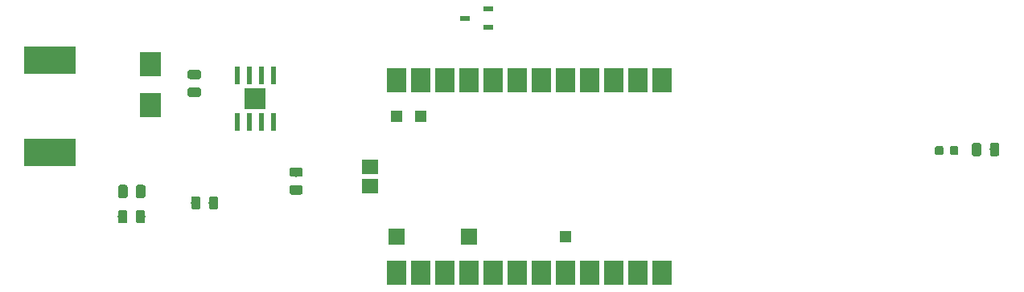
<source format=gbr>
G04 #@! TF.GenerationSoftware,KiCad,Pcbnew,(5.0.2)-1*
G04 #@! TF.CreationDate,2019-04-08T19:56:43-07:00*
G04 #@! TF.ProjectId,smartplug,736d6172-7470-46c7-9567-2e6b69636164,rev?*
G04 #@! TF.SameCoordinates,Original*
G04 #@! TF.FileFunction,Paste,Top*
G04 #@! TF.FilePolarity,Positive*
%FSLAX46Y46*%
G04 Gerber Fmt 4.6, Leading zero omitted, Abs format (unit mm)*
G04 Created by KiCad (PCBNEW (5.0.2)-1) date 4/8/2019 7:56:43 PM*
%MOMM*%
%LPD*%
G01*
G04 APERTURE LIST*
%ADD10C,0.100000*%
%ADD11R,2.032000X2.540000*%
%ADD12R,1.143000X1.143000*%
%ADD13R,1.778000X1.778000*%
%ADD14R,1.778000X1.524000*%
%ADD15R,1.016000X0.558800*%
%ADD16C,0.975000*%
%ADD17R,2.300000X2.500000*%
%ADD18C,0.875000*%
%ADD19R,5.410200X2.895600*%
%ADD20R,0.600000X1.970000*%
%ADD21R,2.290000X2.290000*%
G04 APERTURE END LIST*
D10*
G04 #@! TO.C,U2*
G36*
X174280000Y-112820000D02*
X174280000Y-112010000D01*
X175090000Y-112010000D01*
X175090000Y-112820000D01*
X174280000Y-112820000D01*
G37*
G36*
X174280000Y-111790000D02*
X174280000Y-110980000D01*
X175090000Y-110980000D01*
X175090000Y-111790000D01*
X174280000Y-111790000D01*
G37*
G36*
X175310000Y-111790000D02*
X175310000Y-110980000D01*
X176120000Y-110980000D01*
X176120000Y-111790000D01*
X175310000Y-111790000D01*
G37*
G36*
X175310000Y-112820000D02*
X175310000Y-112010000D01*
X176120000Y-112010000D01*
X176120000Y-112820000D01*
X175310000Y-112820000D01*
G37*
G04 #@! TD*
D11*
G04 #@! TO.C,U3*
X190079863Y-109984805D03*
X190079863Y-130304805D03*
X192619863Y-109984805D03*
X192619863Y-130304805D03*
X195159863Y-109984805D03*
X195159863Y-130304805D03*
X197699863Y-109984805D03*
X197699863Y-130304805D03*
X200239863Y-109984805D03*
X200239863Y-130304805D03*
X202779863Y-109984805D03*
X202779863Y-130304805D03*
X205319863Y-109984805D03*
X205319863Y-130304805D03*
X207859863Y-109984805D03*
X207859863Y-130304805D03*
X210399863Y-109984805D03*
X210399863Y-130304805D03*
X212939863Y-109984805D03*
X212939863Y-130304805D03*
X215479863Y-109984805D03*
X215479863Y-130304805D03*
X218019863Y-109984805D03*
X218019863Y-130304805D03*
D12*
X207859863Y-126494805D03*
D13*
X197699863Y-126494805D03*
X190079863Y-126494805D03*
D12*
X190079863Y-113794805D03*
X192619863Y-113794805D03*
D14*
X187285863Y-119128805D03*
X187285863Y-121160805D03*
G04 #@! TD*
D15*
G04 #@! TO.C,U4*
X199744600Y-104339800D03*
X199744600Y-102460200D03*
X197255400Y-103400000D03*
G04 #@! TD*
D10*
G04 #@! TO.C,R1*
G36*
X179980142Y-121051174D02*
X180003803Y-121054684D01*
X180027007Y-121060496D01*
X180049529Y-121068554D01*
X180071153Y-121078782D01*
X180091670Y-121091079D01*
X180110883Y-121105329D01*
X180128607Y-121121393D01*
X180144671Y-121139117D01*
X180158921Y-121158330D01*
X180171218Y-121178847D01*
X180181446Y-121200471D01*
X180189504Y-121222993D01*
X180195316Y-121246197D01*
X180198826Y-121269858D01*
X180200000Y-121293750D01*
X180200000Y-121781250D01*
X180198826Y-121805142D01*
X180195316Y-121828803D01*
X180189504Y-121852007D01*
X180181446Y-121874529D01*
X180171218Y-121896153D01*
X180158921Y-121916670D01*
X180144671Y-121935883D01*
X180128607Y-121953607D01*
X180110883Y-121969671D01*
X180091670Y-121983921D01*
X180071153Y-121996218D01*
X180049529Y-122006446D01*
X180027007Y-122014504D01*
X180003803Y-122020316D01*
X179980142Y-122023826D01*
X179956250Y-122025000D01*
X179043750Y-122025000D01*
X179019858Y-122023826D01*
X178996197Y-122020316D01*
X178972993Y-122014504D01*
X178950471Y-122006446D01*
X178928847Y-121996218D01*
X178908330Y-121983921D01*
X178889117Y-121969671D01*
X178871393Y-121953607D01*
X178855329Y-121935883D01*
X178841079Y-121916670D01*
X178828782Y-121896153D01*
X178818554Y-121874529D01*
X178810496Y-121852007D01*
X178804684Y-121828803D01*
X178801174Y-121805142D01*
X178800000Y-121781250D01*
X178800000Y-121293750D01*
X178801174Y-121269858D01*
X178804684Y-121246197D01*
X178810496Y-121222993D01*
X178818554Y-121200471D01*
X178828782Y-121178847D01*
X178841079Y-121158330D01*
X178855329Y-121139117D01*
X178871393Y-121121393D01*
X178889117Y-121105329D01*
X178908330Y-121091079D01*
X178928847Y-121078782D01*
X178950471Y-121068554D01*
X178972993Y-121060496D01*
X178996197Y-121054684D01*
X179019858Y-121051174D01*
X179043750Y-121050000D01*
X179956250Y-121050000D01*
X179980142Y-121051174D01*
X179980142Y-121051174D01*
G37*
D16*
X179500000Y-121537500D03*
D10*
G36*
X179980142Y-119176174D02*
X180003803Y-119179684D01*
X180027007Y-119185496D01*
X180049529Y-119193554D01*
X180071153Y-119203782D01*
X180091670Y-119216079D01*
X180110883Y-119230329D01*
X180128607Y-119246393D01*
X180144671Y-119264117D01*
X180158921Y-119283330D01*
X180171218Y-119303847D01*
X180181446Y-119325471D01*
X180189504Y-119347993D01*
X180195316Y-119371197D01*
X180198826Y-119394858D01*
X180200000Y-119418750D01*
X180200000Y-119906250D01*
X180198826Y-119930142D01*
X180195316Y-119953803D01*
X180189504Y-119977007D01*
X180181446Y-119999529D01*
X180171218Y-120021153D01*
X180158921Y-120041670D01*
X180144671Y-120060883D01*
X180128607Y-120078607D01*
X180110883Y-120094671D01*
X180091670Y-120108921D01*
X180071153Y-120121218D01*
X180049529Y-120131446D01*
X180027007Y-120139504D01*
X180003803Y-120145316D01*
X179980142Y-120148826D01*
X179956250Y-120150000D01*
X179043750Y-120150000D01*
X179019858Y-120148826D01*
X178996197Y-120145316D01*
X178972993Y-120139504D01*
X178950471Y-120131446D01*
X178928847Y-120121218D01*
X178908330Y-120108921D01*
X178889117Y-120094671D01*
X178871393Y-120078607D01*
X178855329Y-120060883D01*
X178841079Y-120041670D01*
X178828782Y-120021153D01*
X178818554Y-119999529D01*
X178810496Y-119977007D01*
X178804684Y-119953803D01*
X178801174Y-119930142D01*
X178800000Y-119906250D01*
X178800000Y-119418750D01*
X178801174Y-119394858D01*
X178804684Y-119371197D01*
X178810496Y-119347993D01*
X178818554Y-119325471D01*
X178828782Y-119303847D01*
X178841079Y-119283330D01*
X178855329Y-119264117D01*
X178871393Y-119246393D01*
X178889117Y-119230329D01*
X178908330Y-119216079D01*
X178928847Y-119203782D01*
X178950471Y-119193554D01*
X178972993Y-119185496D01*
X178996197Y-119179684D01*
X179019858Y-119176174D01*
X179043750Y-119175000D01*
X179956250Y-119175000D01*
X179980142Y-119176174D01*
X179980142Y-119176174D01*
G37*
D16*
X179500000Y-119662500D03*
G04 #@! TD*
D10*
G04 #@! TO.C,C1*
G36*
X169192642Y-122201174D02*
X169216303Y-122204684D01*
X169239507Y-122210496D01*
X169262029Y-122218554D01*
X169283653Y-122228782D01*
X169304170Y-122241079D01*
X169323383Y-122255329D01*
X169341107Y-122271393D01*
X169357171Y-122289117D01*
X169371421Y-122308330D01*
X169383718Y-122328847D01*
X169393946Y-122350471D01*
X169402004Y-122372993D01*
X169407816Y-122396197D01*
X169411326Y-122419858D01*
X169412500Y-122443750D01*
X169412500Y-123356250D01*
X169411326Y-123380142D01*
X169407816Y-123403803D01*
X169402004Y-123427007D01*
X169393946Y-123449529D01*
X169383718Y-123471153D01*
X169371421Y-123491670D01*
X169357171Y-123510883D01*
X169341107Y-123528607D01*
X169323383Y-123544671D01*
X169304170Y-123558921D01*
X169283653Y-123571218D01*
X169262029Y-123581446D01*
X169239507Y-123589504D01*
X169216303Y-123595316D01*
X169192642Y-123598826D01*
X169168750Y-123600000D01*
X168681250Y-123600000D01*
X168657358Y-123598826D01*
X168633697Y-123595316D01*
X168610493Y-123589504D01*
X168587971Y-123581446D01*
X168566347Y-123571218D01*
X168545830Y-123558921D01*
X168526617Y-123544671D01*
X168508893Y-123528607D01*
X168492829Y-123510883D01*
X168478579Y-123491670D01*
X168466282Y-123471153D01*
X168456054Y-123449529D01*
X168447996Y-123427007D01*
X168442184Y-123403803D01*
X168438674Y-123380142D01*
X168437500Y-123356250D01*
X168437500Y-122443750D01*
X168438674Y-122419858D01*
X168442184Y-122396197D01*
X168447996Y-122372993D01*
X168456054Y-122350471D01*
X168466282Y-122328847D01*
X168478579Y-122308330D01*
X168492829Y-122289117D01*
X168508893Y-122271393D01*
X168526617Y-122255329D01*
X168545830Y-122241079D01*
X168566347Y-122228782D01*
X168587971Y-122218554D01*
X168610493Y-122210496D01*
X168633697Y-122204684D01*
X168657358Y-122201174D01*
X168681250Y-122200000D01*
X169168750Y-122200000D01*
X169192642Y-122201174D01*
X169192642Y-122201174D01*
G37*
D16*
X168925000Y-122900000D03*
D10*
G36*
X171067642Y-122201174D02*
X171091303Y-122204684D01*
X171114507Y-122210496D01*
X171137029Y-122218554D01*
X171158653Y-122228782D01*
X171179170Y-122241079D01*
X171198383Y-122255329D01*
X171216107Y-122271393D01*
X171232171Y-122289117D01*
X171246421Y-122308330D01*
X171258718Y-122328847D01*
X171268946Y-122350471D01*
X171277004Y-122372993D01*
X171282816Y-122396197D01*
X171286326Y-122419858D01*
X171287500Y-122443750D01*
X171287500Y-123356250D01*
X171286326Y-123380142D01*
X171282816Y-123403803D01*
X171277004Y-123427007D01*
X171268946Y-123449529D01*
X171258718Y-123471153D01*
X171246421Y-123491670D01*
X171232171Y-123510883D01*
X171216107Y-123528607D01*
X171198383Y-123544671D01*
X171179170Y-123558921D01*
X171158653Y-123571218D01*
X171137029Y-123581446D01*
X171114507Y-123589504D01*
X171091303Y-123595316D01*
X171067642Y-123598826D01*
X171043750Y-123600000D01*
X170556250Y-123600000D01*
X170532358Y-123598826D01*
X170508697Y-123595316D01*
X170485493Y-123589504D01*
X170462971Y-123581446D01*
X170441347Y-123571218D01*
X170420830Y-123558921D01*
X170401617Y-123544671D01*
X170383893Y-123528607D01*
X170367829Y-123510883D01*
X170353579Y-123491670D01*
X170341282Y-123471153D01*
X170331054Y-123449529D01*
X170322996Y-123427007D01*
X170317184Y-123403803D01*
X170313674Y-123380142D01*
X170312500Y-123356250D01*
X170312500Y-122443750D01*
X170313674Y-122419858D01*
X170317184Y-122396197D01*
X170322996Y-122372993D01*
X170331054Y-122350471D01*
X170341282Y-122328847D01*
X170353579Y-122308330D01*
X170367829Y-122289117D01*
X170383893Y-122271393D01*
X170401617Y-122255329D01*
X170420830Y-122241079D01*
X170441347Y-122228782D01*
X170462971Y-122218554D01*
X170485493Y-122210496D01*
X170508697Y-122204684D01*
X170532358Y-122201174D01*
X170556250Y-122200000D01*
X171043750Y-122200000D01*
X171067642Y-122201174D01*
X171067642Y-122201174D01*
G37*
D16*
X170800000Y-122900000D03*
G04 #@! TD*
D10*
G04 #@! TO.C,C2*
G36*
X169263142Y-110735674D02*
X169286803Y-110739184D01*
X169310007Y-110744996D01*
X169332529Y-110753054D01*
X169354153Y-110763282D01*
X169374670Y-110775579D01*
X169393883Y-110789829D01*
X169411607Y-110805893D01*
X169427671Y-110823617D01*
X169441921Y-110842830D01*
X169454218Y-110863347D01*
X169464446Y-110884971D01*
X169472504Y-110907493D01*
X169478316Y-110930697D01*
X169481826Y-110954358D01*
X169483000Y-110978250D01*
X169483000Y-111465750D01*
X169481826Y-111489642D01*
X169478316Y-111513303D01*
X169472504Y-111536507D01*
X169464446Y-111559029D01*
X169454218Y-111580653D01*
X169441921Y-111601170D01*
X169427671Y-111620383D01*
X169411607Y-111638107D01*
X169393883Y-111654171D01*
X169374670Y-111668421D01*
X169354153Y-111680718D01*
X169332529Y-111690946D01*
X169310007Y-111699004D01*
X169286803Y-111704816D01*
X169263142Y-111708326D01*
X169239250Y-111709500D01*
X168326750Y-111709500D01*
X168302858Y-111708326D01*
X168279197Y-111704816D01*
X168255993Y-111699004D01*
X168233471Y-111690946D01*
X168211847Y-111680718D01*
X168191330Y-111668421D01*
X168172117Y-111654171D01*
X168154393Y-111638107D01*
X168138329Y-111620383D01*
X168124079Y-111601170D01*
X168111782Y-111580653D01*
X168101554Y-111559029D01*
X168093496Y-111536507D01*
X168087684Y-111513303D01*
X168084174Y-111489642D01*
X168083000Y-111465750D01*
X168083000Y-110978250D01*
X168084174Y-110954358D01*
X168087684Y-110930697D01*
X168093496Y-110907493D01*
X168101554Y-110884971D01*
X168111782Y-110863347D01*
X168124079Y-110842830D01*
X168138329Y-110823617D01*
X168154393Y-110805893D01*
X168172117Y-110789829D01*
X168191330Y-110775579D01*
X168211847Y-110763282D01*
X168233471Y-110753054D01*
X168255993Y-110744996D01*
X168279197Y-110739184D01*
X168302858Y-110735674D01*
X168326750Y-110734500D01*
X169239250Y-110734500D01*
X169263142Y-110735674D01*
X169263142Y-110735674D01*
G37*
D16*
X168783000Y-111222000D03*
D10*
G36*
X169263142Y-108860674D02*
X169286803Y-108864184D01*
X169310007Y-108869996D01*
X169332529Y-108878054D01*
X169354153Y-108888282D01*
X169374670Y-108900579D01*
X169393883Y-108914829D01*
X169411607Y-108930893D01*
X169427671Y-108948617D01*
X169441921Y-108967830D01*
X169454218Y-108988347D01*
X169464446Y-109009971D01*
X169472504Y-109032493D01*
X169478316Y-109055697D01*
X169481826Y-109079358D01*
X169483000Y-109103250D01*
X169483000Y-109590750D01*
X169481826Y-109614642D01*
X169478316Y-109638303D01*
X169472504Y-109661507D01*
X169464446Y-109684029D01*
X169454218Y-109705653D01*
X169441921Y-109726170D01*
X169427671Y-109745383D01*
X169411607Y-109763107D01*
X169393883Y-109779171D01*
X169374670Y-109793421D01*
X169354153Y-109805718D01*
X169332529Y-109815946D01*
X169310007Y-109824004D01*
X169286803Y-109829816D01*
X169263142Y-109833326D01*
X169239250Y-109834500D01*
X168326750Y-109834500D01*
X168302858Y-109833326D01*
X168279197Y-109829816D01*
X168255993Y-109824004D01*
X168233471Y-109815946D01*
X168211847Y-109805718D01*
X168191330Y-109793421D01*
X168172117Y-109779171D01*
X168154393Y-109763107D01*
X168138329Y-109745383D01*
X168124079Y-109726170D01*
X168111782Y-109705653D01*
X168101554Y-109684029D01*
X168093496Y-109661507D01*
X168087684Y-109638303D01*
X168084174Y-109614642D01*
X168083000Y-109590750D01*
X168083000Y-109103250D01*
X168084174Y-109079358D01*
X168087684Y-109055697D01*
X168093496Y-109032493D01*
X168101554Y-109009971D01*
X168111782Y-108988347D01*
X168124079Y-108967830D01*
X168138329Y-108948617D01*
X168154393Y-108930893D01*
X168172117Y-108914829D01*
X168191330Y-108900579D01*
X168211847Y-108888282D01*
X168233471Y-108878054D01*
X168255993Y-108869996D01*
X168279197Y-108864184D01*
X168302858Y-108860674D01*
X168326750Y-108859500D01*
X169239250Y-108859500D01*
X169263142Y-108860674D01*
X169263142Y-108860674D01*
G37*
D16*
X168783000Y-109347000D03*
G04 #@! TD*
D10*
G04 #@! TO.C,C3*
G36*
X161530142Y-121001174D02*
X161553803Y-121004684D01*
X161577007Y-121010496D01*
X161599529Y-121018554D01*
X161621153Y-121028782D01*
X161641670Y-121041079D01*
X161660883Y-121055329D01*
X161678607Y-121071393D01*
X161694671Y-121089117D01*
X161708921Y-121108330D01*
X161721218Y-121128847D01*
X161731446Y-121150471D01*
X161739504Y-121172993D01*
X161745316Y-121196197D01*
X161748826Y-121219858D01*
X161750000Y-121243750D01*
X161750000Y-122156250D01*
X161748826Y-122180142D01*
X161745316Y-122203803D01*
X161739504Y-122227007D01*
X161731446Y-122249529D01*
X161721218Y-122271153D01*
X161708921Y-122291670D01*
X161694671Y-122310883D01*
X161678607Y-122328607D01*
X161660883Y-122344671D01*
X161641670Y-122358921D01*
X161621153Y-122371218D01*
X161599529Y-122381446D01*
X161577007Y-122389504D01*
X161553803Y-122395316D01*
X161530142Y-122398826D01*
X161506250Y-122400000D01*
X161018750Y-122400000D01*
X160994858Y-122398826D01*
X160971197Y-122395316D01*
X160947993Y-122389504D01*
X160925471Y-122381446D01*
X160903847Y-122371218D01*
X160883330Y-122358921D01*
X160864117Y-122344671D01*
X160846393Y-122328607D01*
X160830329Y-122310883D01*
X160816079Y-122291670D01*
X160803782Y-122271153D01*
X160793554Y-122249529D01*
X160785496Y-122227007D01*
X160779684Y-122203803D01*
X160776174Y-122180142D01*
X160775000Y-122156250D01*
X160775000Y-121243750D01*
X160776174Y-121219858D01*
X160779684Y-121196197D01*
X160785496Y-121172993D01*
X160793554Y-121150471D01*
X160803782Y-121128847D01*
X160816079Y-121108330D01*
X160830329Y-121089117D01*
X160846393Y-121071393D01*
X160864117Y-121055329D01*
X160883330Y-121041079D01*
X160903847Y-121028782D01*
X160925471Y-121018554D01*
X160947993Y-121010496D01*
X160971197Y-121004684D01*
X160994858Y-121001174D01*
X161018750Y-121000000D01*
X161506250Y-121000000D01*
X161530142Y-121001174D01*
X161530142Y-121001174D01*
G37*
D16*
X161262500Y-121700000D03*
D10*
G36*
X163405142Y-121001174D02*
X163428803Y-121004684D01*
X163452007Y-121010496D01*
X163474529Y-121018554D01*
X163496153Y-121028782D01*
X163516670Y-121041079D01*
X163535883Y-121055329D01*
X163553607Y-121071393D01*
X163569671Y-121089117D01*
X163583921Y-121108330D01*
X163596218Y-121128847D01*
X163606446Y-121150471D01*
X163614504Y-121172993D01*
X163620316Y-121196197D01*
X163623826Y-121219858D01*
X163625000Y-121243750D01*
X163625000Y-122156250D01*
X163623826Y-122180142D01*
X163620316Y-122203803D01*
X163614504Y-122227007D01*
X163606446Y-122249529D01*
X163596218Y-122271153D01*
X163583921Y-122291670D01*
X163569671Y-122310883D01*
X163553607Y-122328607D01*
X163535883Y-122344671D01*
X163516670Y-122358921D01*
X163496153Y-122371218D01*
X163474529Y-122381446D01*
X163452007Y-122389504D01*
X163428803Y-122395316D01*
X163405142Y-122398826D01*
X163381250Y-122400000D01*
X162893750Y-122400000D01*
X162869858Y-122398826D01*
X162846197Y-122395316D01*
X162822993Y-122389504D01*
X162800471Y-122381446D01*
X162778847Y-122371218D01*
X162758330Y-122358921D01*
X162739117Y-122344671D01*
X162721393Y-122328607D01*
X162705329Y-122310883D01*
X162691079Y-122291670D01*
X162678782Y-122271153D01*
X162668554Y-122249529D01*
X162660496Y-122227007D01*
X162654684Y-122203803D01*
X162651174Y-122180142D01*
X162650000Y-122156250D01*
X162650000Y-121243750D01*
X162651174Y-121219858D01*
X162654684Y-121196197D01*
X162660496Y-121172993D01*
X162668554Y-121150471D01*
X162678782Y-121128847D01*
X162691079Y-121108330D01*
X162705329Y-121089117D01*
X162721393Y-121071393D01*
X162739117Y-121055329D01*
X162758330Y-121041079D01*
X162778847Y-121028782D01*
X162800471Y-121018554D01*
X162822993Y-121010496D01*
X162846197Y-121004684D01*
X162869858Y-121001174D01*
X162893750Y-121000000D01*
X163381250Y-121000000D01*
X163405142Y-121001174D01*
X163405142Y-121001174D01*
G37*
D16*
X163137500Y-121700000D03*
G04 #@! TD*
D10*
G04 #@! TO.C,C4*
G36*
X161507386Y-123666112D02*
X161531047Y-123669622D01*
X161554251Y-123675434D01*
X161576773Y-123683492D01*
X161598397Y-123693720D01*
X161618914Y-123706017D01*
X161638127Y-123720267D01*
X161655851Y-123736331D01*
X161671915Y-123754055D01*
X161686165Y-123773268D01*
X161698462Y-123793785D01*
X161708690Y-123815409D01*
X161716748Y-123837931D01*
X161722560Y-123861135D01*
X161726070Y-123884796D01*
X161727244Y-123908688D01*
X161727244Y-124821188D01*
X161726070Y-124845080D01*
X161722560Y-124868741D01*
X161716748Y-124891945D01*
X161708690Y-124914467D01*
X161698462Y-124936091D01*
X161686165Y-124956608D01*
X161671915Y-124975821D01*
X161655851Y-124993545D01*
X161638127Y-125009609D01*
X161618914Y-125023859D01*
X161598397Y-125036156D01*
X161576773Y-125046384D01*
X161554251Y-125054442D01*
X161531047Y-125060254D01*
X161507386Y-125063764D01*
X161483494Y-125064938D01*
X160995994Y-125064938D01*
X160972102Y-125063764D01*
X160948441Y-125060254D01*
X160925237Y-125054442D01*
X160902715Y-125046384D01*
X160881091Y-125036156D01*
X160860574Y-125023859D01*
X160841361Y-125009609D01*
X160823637Y-124993545D01*
X160807573Y-124975821D01*
X160793323Y-124956608D01*
X160781026Y-124936091D01*
X160770798Y-124914467D01*
X160762740Y-124891945D01*
X160756928Y-124868741D01*
X160753418Y-124845080D01*
X160752244Y-124821188D01*
X160752244Y-123908688D01*
X160753418Y-123884796D01*
X160756928Y-123861135D01*
X160762740Y-123837931D01*
X160770798Y-123815409D01*
X160781026Y-123793785D01*
X160793323Y-123773268D01*
X160807573Y-123754055D01*
X160823637Y-123736331D01*
X160841361Y-123720267D01*
X160860574Y-123706017D01*
X160881091Y-123693720D01*
X160902715Y-123683492D01*
X160925237Y-123675434D01*
X160948441Y-123669622D01*
X160972102Y-123666112D01*
X160995994Y-123664938D01*
X161483494Y-123664938D01*
X161507386Y-123666112D01*
X161507386Y-123666112D01*
G37*
D16*
X161239744Y-124364938D03*
D10*
G36*
X163382386Y-123666112D02*
X163406047Y-123669622D01*
X163429251Y-123675434D01*
X163451773Y-123683492D01*
X163473397Y-123693720D01*
X163493914Y-123706017D01*
X163513127Y-123720267D01*
X163530851Y-123736331D01*
X163546915Y-123754055D01*
X163561165Y-123773268D01*
X163573462Y-123793785D01*
X163583690Y-123815409D01*
X163591748Y-123837931D01*
X163597560Y-123861135D01*
X163601070Y-123884796D01*
X163602244Y-123908688D01*
X163602244Y-124821188D01*
X163601070Y-124845080D01*
X163597560Y-124868741D01*
X163591748Y-124891945D01*
X163583690Y-124914467D01*
X163573462Y-124936091D01*
X163561165Y-124956608D01*
X163546915Y-124975821D01*
X163530851Y-124993545D01*
X163513127Y-125009609D01*
X163493914Y-125023859D01*
X163473397Y-125036156D01*
X163451773Y-125046384D01*
X163429251Y-125054442D01*
X163406047Y-125060254D01*
X163382386Y-125063764D01*
X163358494Y-125064938D01*
X162870994Y-125064938D01*
X162847102Y-125063764D01*
X162823441Y-125060254D01*
X162800237Y-125054442D01*
X162777715Y-125046384D01*
X162756091Y-125036156D01*
X162735574Y-125023859D01*
X162716361Y-125009609D01*
X162698637Y-124993545D01*
X162682573Y-124975821D01*
X162668323Y-124956608D01*
X162656026Y-124936091D01*
X162645798Y-124914467D01*
X162637740Y-124891945D01*
X162631928Y-124868741D01*
X162628418Y-124845080D01*
X162627244Y-124821188D01*
X162627244Y-123908688D01*
X162628418Y-123884796D01*
X162631928Y-123861135D01*
X162637740Y-123837931D01*
X162645798Y-123815409D01*
X162656026Y-123793785D01*
X162668323Y-123773268D01*
X162682573Y-123754055D01*
X162698637Y-123736331D01*
X162716361Y-123720267D01*
X162735574Y-123706017D01*
X162756091Y-123693720D01*
X162777715Y-123683492D01*
X162800237Y-123675434D01*
X162823441Y-123669622D01*
X162847102Y-123666112D01*
X162870994Y-123664938D01*
X163358494Y-123664938D01*
X163382386Y-123666112D01*
X163382386Y-123666112D01*
G37*
D16*
X163114744Y-124364938D03*
G04 #@! TD*
D17*
G04 #@! TO.C,D1*
X164200000Y-108250000D03*
X164200000Y-112550000D03*
G04 #@! TD*
D10*
G04 #@! TO.C,D2*
G36*
X248994815Y-116896004D02*
X249016050Y-116899154D01*
X249036874Y-116904370D01*
X249057086Y-116911602D01*
X249076492Y-116920781D01*
X249094905Y-116931817D01*
X249112148Y-116944605D01*
X249128054Y-116959021D01*
X249142470Y-116974927D01*
X249155258Y-116992170D01*
X249166294Y-117010583D01*
X249175473Y-117029989D01*
X249182705Y-117050201D01*
X249187921Y-117071025D01*
X249191071Y-117092260D01*
X249192124Y-117113701D01*
X249192124Y-117626201D01*
X249191071Y-117647642D01*
X249187921Y-117668877D01*
X249182705Y-117689701D01*
X249175473Y-117709913D01*
X249166294Y-117729319D01*
X249155258Y-117747732D01*
X249142470Y-117764975D01*
X249128054Y-117780881D01*
X249112148Y-117795297D01*
X249094905Y-117808085D01*
X249076492Y-117819121D01*
X249057086Y-117828300D01*
X249036874Y-117835532D01*
X249016050Y-117840748D01*
X248994815Y-117843898D01*
X248973374Y-117844951D01*
X248535874Y-117844951D01*
X248514433Y-117843898D01*
X248493198Y-117840748D01*
X248472374Y-117835532D01*
X248452162Y-117828300D01*
X248432756Y-117819121D01*
X248414343Y-117808085D01*
X248397100Y-117795297D01*
X248381194Y-117780881D01*
X248366778Y-117764975D01*
X248353990Y-117747732D01*
X248342954Y-117729319D01*
X248333775Y-117709913D01*
X248326543Y-117689701D01*
X248321327Y-117668877D01*
X248318177Y-117647642D01*
X248317124Y-117626201D01*
X248317124Y-117113701D01*
X248318177Y-117092260D01*
X248321327Y-117071025D01*
X248326543Y-117050201D01*
X248333775Y-117029989D01*
X248342954Y-117010583D01*
X248353990Y-116992170D01*
X248366778Y-116974927D01*
X248381194Y-116959021D01*
X248397100Y-116944605D01*
X248414343Y-116931817D01*
X248432756Y-116920781D01*
X248452162Y-116911602D01*
X248472374Y-116904370D01*
X248493198Y-116899154D01*
X248514433Y-116896004D01*
X248535874Y-116894951D01*
X248973374Y-116894951D01*
X248994815Y-116896004D01*
X248994815Y-116896004D01*
G37*
D18*
X248754624Y-117369951D03*
D10*
G36*
X247419815Y-116896004D02*
X247441050Y-116899154D01*
X247461874Y-116904370D01*
X247482086Y-116911602D01*
X247501492Y-116920781D01*
X247519905Y-116931817D01*
X247537148Y-116944605D01*
X247553054Y-116959021D01*
X247567470Y-116974927D01*
X247580258Y-116992170D01*
X247591294Y-117010583D01*
X247600473Y-117029989D01*
X247607705Y-117050201D01*
X247612921Y-117071025D01*
X247616071Y-117092260D01*
X247617124Y-117113701D01*
X247617124Y-117626201D01*
X247616071Y-117647642D01*
X247612921Y-117668877D01*
X247607705Y-117689701D01*
X247600473Y-117709913D01*
X247591294Y-117729319D01*
X247580258Y-117747732D01*
X247567470Y-117764975D01*
X247553054Y-117780881D01*
X247537148Y-117795297D01*
X247519905Y-117808085D01*
X247501492Y-117819121D01*
X247482086Y-117828300D01*
X247461874Y-117835532D01*
X247441050Y-117840748D01*
X247419815Y-117843898D01*
X247398374Y-117844951D01*
X246960874Y-117844951D01*
X246939433Y-117843898D01*
X246918198Y-117840748D01*
X246897374Y-117835532D01*
X246877162Y-117828300D01*
X246857756Y-117819121D01*
X246839343Y-117808085D01*
X246822100Y-117795297D01*
X246806194Y-117780881D01*
X246791778Y-117764975D01*
X246778990Y-117747732D01*
X246767954Y-117729319D01*
X246758775Y-117709913D01*
X246751543Y-117689701D01*
X246746327Y-117668877D01*
X246743177Y-117647642D01*
X246742124Y-117626201D01*
X246742124Y-117113701D01*
X246743177Y-117092260D01*
X246746327Y-117071025D01*
X246751543Y-117050201D01*
X246758775Y-117029989D01*
X246767954Y-117010583D01*
X246778990Y-116992170D01*
X246791778Y-116974927D01*
X246806194Y-116959021D01*
X246822100Y-116944605D01*
X246839343Y-116931817D01*
X246857756Y-116920781D01*
X246877162Y-116911602D01*
X246897374Y-116904370D01*
X246918198Y-116899154D01*
X246939433Y-116896004D01*
X246960874Y-116894951D01*
X247398374Y-116894951D01*
X247419815Y-116896004D01*
X247419815Y-116896004D01*
G37*
D18*
X247179624Y-117369951D03*
G04 #@! TD*
D19*
G04 #@! TO.C,L1*
X153600000Y-117551400D03*
X153600000Y-107848600D03*
G04 #@! TD*
D10*
G04 #@! TO.C,R2*
G36*
X251397266Y-116571125D02*
X251420927Y-116574635D01*
X251444131Y-116580447D01*
X251466653Y-116588505D01*
X251488277Y-116598733D01*
X251508794Y-116611030D01*
X251528007Y-116625280D01*
X251545731Y-116641344D01*
X251561795Y-116659068D01*
X251576045Y-116678281D01*
X251588342Y-116698798D01*
X251598570Y-116720422D01*
X251606628Y-116742944D01*
X251612440Y-116766148D01*
X251615950Y-116789809D01*
X251617124Y-116813701D01*
X251617124Y-117726201D01*
X251615950Y-117750093D01*
X251612440Y-117773754D01*
X251606628Y-117796958D01*
X251598570Y-117819480D01*
X251588342Y-117841104D01*
X251576045Y-117861621D01*
X251561795Y-117880834D01*
X251545731Y-117898558D01*
X251528007Y-117914622D01*
X251508794Y-117928872D01*
X251488277Y-117941169D01*
X251466653Y-117951397D01*
X251444131Y-117959455D01*
X251420927Y-117965267D01*
X251397266Y-117968777D01*
X251373374Y-117969951D01*
X250885874Y-117969951D01*
X250861982Y-117968777D01*
X250838321Y-117965267D01*
X250815117Y-117959455D01*
X250792595Y-117951397D01*
X250770971Y-117941169D01*
X250750454Y-117928872D01*
X250731241Y-117914622D01*
X250713517Y-117898558D01*
X250697453Y-117880834D01*
X250683203Y-117861621D01*
X250670906Y-117841104D01*
X250660678Y-117819480D01*
X250652620Y-117796958D01*
X250646808Y-117773754D01*
X250643298Y-117750093D01*
X250642124Y-117726201D01*
X250642124Y-116813701D01*
X250643298Y-116789809D01*
X250646808Y-116766148D01*
X250652620Y-116742944D01*
X250660678Y-116720422D01*
X250670906Y-116698798D01*
X250683203Y-116678281D01*
X250697453Y-116659068D01*
X250713517Y-116641344D01*
X250731241Y-116625280D01*
X250750454Y-116611030D01*
X250770971Y-116598733D01*
X250792595Y-116588505D01*
X250815117Y-116580447D01*
X250838321Y-116574635D01*
X250861982Y-116571125D01*
X250885874Y-116569951D01*
X251373374Y-116569951D01*
X251397266Y-116571125D01*
X251397266Y-116571125D01*
G37*
D16*
X251129624Y-117269951D03*
D10*
G36*
X253272266Y-116571125D02*
X253295927Y-116574635D01*
X253319131Y-116580447D01*
X253341653Y-116588505D01*
X253363277Y-116598733D01*
X253383794Y-116611030D01*
X253403007Y-116625280D01*
X253420731Y-116641344D01*
X253436795Y-116659068D01*
X253451045Y-116678281D01*
X253463342Y-116698798D01*
X253473570Y-116720422D01*
X253481628Y-116742944D01*
X253487440Y-116766148D01*
X253490950Y-116789809D01*
X253492124Y-116813701D01*
X253492124Y-117726201D01*
X253490950Y-117750093D01*
X253487440Y-117773754D01*
X253481628Y-117796958D01*
X253473570Y-117819480D01*
X253463342Y-117841104D01*
X253451045Y-117861621D01*
X253436795Y-117880834D01*
X253420731Y-117898558D01*
X253403007Y-117914622D01*
X253383794Y-117928872D01*
X253363277Y-117941169D01*
X253341653Y-117951397D01*
X253319131Y-117959455D01*
X253295927Y-117965267D01*
X253272266Y-117968777D01*
X253248374Y-117969951D01*
X252760874Y-117969951D01*
X252736982Y-117968777D01*
X252713321Y-117965267D01*
X252690117Y-117959455D01*
X252667595Y-117951397D01*
X252645971Y-117941169D01*
X252625454Y-117928872D01*
X252606241Y-117914622D01*
X252588517Y-117898558D01*
X252572453Y-117880834D01*
X252558203Y-117861621D01*
X252545906Y-117841104D01*
X252535678Y-117819480D01*
X252527620Y-117796958D01*
X252521808Y-117773754D01*
X252518298Y-117750093D01*
X252517124Y-117726201D01*
X252517124Y-116813701D01*
X252518298Y-116789809D01*
X252521808Y-116766148D01*
X252527620Y-116742944D01*
X252535678Y-116720422D01*
X252545906Y-116698798D01*
X252558203Y-116678281D01*
X252572453Y-116659068D01*
X252588517Y-116641344D01*
X252606241Y-116625280D01*
X252625454Y-116611030D01*
X252645971Y-116598733D01*
X252667595Y-116588505D01*
X252690117Y-116580447D01*
X252713321Y-116574635D01*
X252736982Y-116571125D01*
X252760874Y-116569951D01*
X253248374Y-116569951D01*
X253272266Y-116571125D01*
X253272266Y-116571125D01*
G37*
D16*
X253004624Y-117269951D03*
G04 #@! TD*
D20*
G04 #@! TO.C,U2*
X173295000Y-109425000D03*
X174565000Y-109425000D03*
X175835000Y-109425000D03*
X177105000Y-109425000D03*
X173295000Y-114375000D03*
X174565000Y-114375000D03*
X175835000Y-114375000D03*
X177105000Y-114375000D03*
D21*
X175200000Y-111900000D03*
G04 #@! TD*
M02*

</source>
